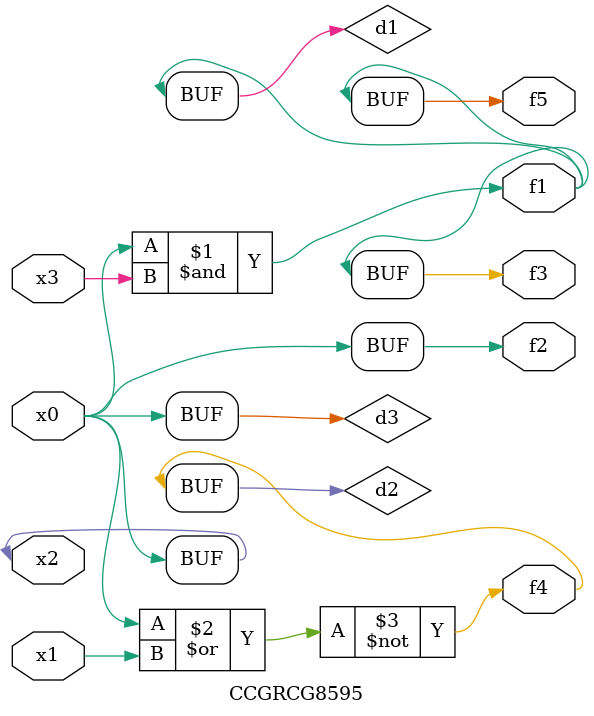
<source format=v>
module CCGRCG8595(
	input x0, x1, x2, x3,
	output f1, f2, f3, f4, f5
);

	wire d1, d2, d3;

	and (d1, x2, x3);
	nor (d2, x0, x1);
	buf (d3, x0, x2);
	assign f1 = d1;
	assign f2 = d3;
	assign f3 = d1;
	assign f4 = d2;
	assign f5 = d1;
endmodule

</source>
